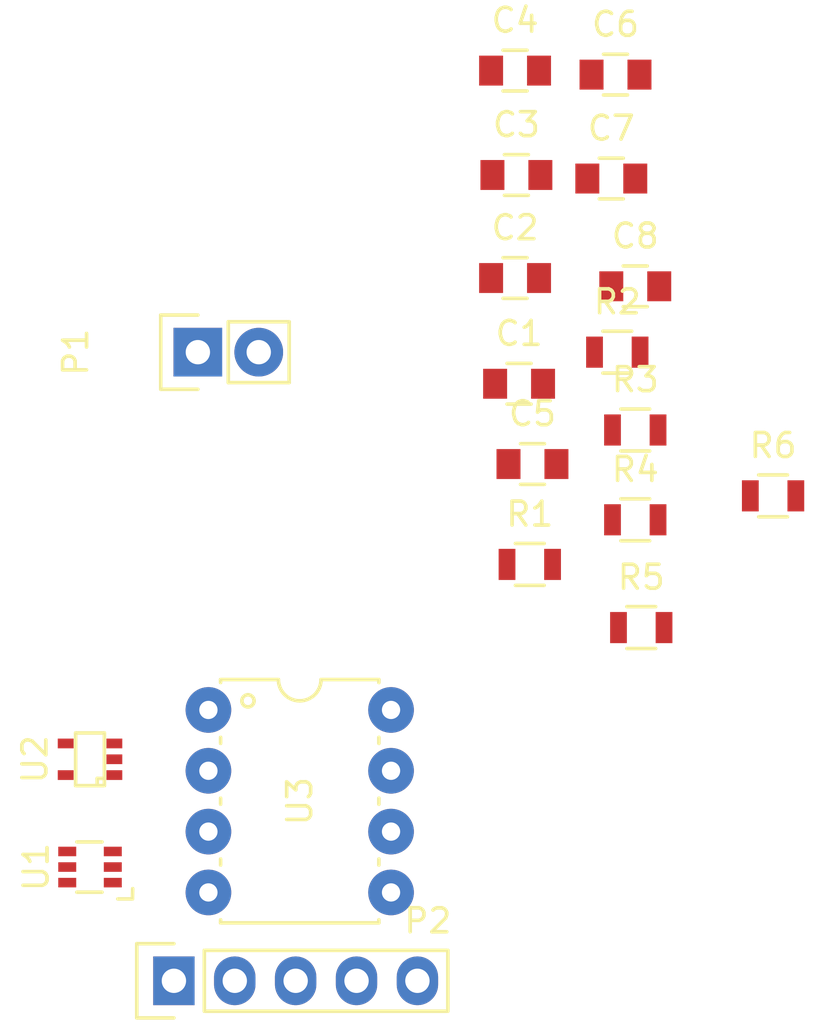
<source format=kicad_pcb>
(kicad_pcb (version 4) (host pcbnew 4.0.4-stable)

  (general
    (links 41)
    (no_connects 41)
    (area 0 0 0 0)
    (thickness 1.6)
    (drawings 0)
    (tracks 0)
    (zones 0)
    (modules 19)
    (nets 14)
  )

  (page A4)
  (layers
    (0 F.Cu signal)
    (31 B.Cu signal)
    (32 B.Adhes user)
    (33 F.Adhes user)
    (34 B.Paste user)
    (35 F.Paste user)
    (36 B.SilkS user)
    (37 F.SilkS user)
    (38 B.Mask user)
    (39 F.Mask user)
    (40 Dwgs.User user)
    (41 Cmts.User user)
    (42 Eco1.User user)
    (43 Eco2.User user)
    (44 Edge.Cuts user)
    (45 Margin user)
    (46 B.CrtYd user)
    (47 F.CrtYd user)
    (48 B.Fab user)
    (49 F.Fab user)
  )

  (setup
    (last_trace_width 0.25)
    (trace_clearance 0.2)
    (zone_clearance 0.508)
    (zone_45_only no)
    (trace_min 0.2)
    (segment_width 0.2)
    (edge_width 0.15)
    (via_size 0.6)
    (via_drill 0.4)
    (via_min_size 0.4)
    (via_min_drill 0.3)
    (uvia_size 0.3)
    (uvia_drill 0.1)
    (uvias_allowed no)
    (uvia_min_size 0.2)
    (uvia_min_drill 0.1)
    (pcb_text_width 0.3)
    (pcb_text_size 1.5 1.5)
    (mod_edge_width 0.15)
    (mod_text_size 1 1)
    (mod_text_width 0.15)
    (pad_size 1.524 1.524)
    (pad_drill 0.762)
    (pad_to_mask_clearance 0.2)
    (aux_axis_origin 0 0)
    (visible_elements FFFFFF7F)
    (pcbplotparams
      (layerselection 0x00030_80000001)
      (usegerberextensions false)
      (excludeedgelayer true)
      (linewidth 0.100000)
      (plotframeref false)
      (viasonmask false)
      (mode 1)
      (useauxorigin false)
      (hpglpennumber 1)
      (hpglpenspeed 20)
      (hpglpendiameter 15)
      (hpglpenoverlay 2)
      (psnegative false)
      (psa4output false)
      (plotreference true)
      (plotvalue true)
      (plotinvisibletext false)
      (padsonsilk false)
      (subtractmaskfromsilk false)
      (outputformat 1)
      (mirror false)
      (drillshape 1)
      (scaleselection 1)
      (outputdirectory ""))
  )

  (net 0 "")
  (net 1 "Net-(C1-Pad1)")
  (net 2 GND)
  (net 3 "Net-(C2-Pad1)")
  (net 4 "Net-(C2-Pad2)")
  (net 5 "Net-(C3-Pad1)")
  (net 6 "Net-(C4-Pad1)")
  (net 7 "Net-(C5-Pad1)")
  (net 8 Analog)
  (net 9 VCC1)
  (net 10 SCLK)
  (net 11 MISO)
  (net 12 SS)
  (net 13 "Net-(R4-Pad1)")

  (net_class Default "This is the default net class."
    (clearance 0.2)
    (trace_width 0.25)
    (via_dia 0.6)
    (via_drill 0.4)
    (uvia_dia 0.3)
    (uvia_drill 0.1)
    (add_net Analog)
    (add_net GND)
    (add_net MISO)
    (add_net "Net-(C1-Pad1)")
    (add_net "Net-(C2-Pad1)")
    (add_net "Net-(C2-Pad2)")
    (add_net "Net-(C3-Pad1)")
    (add_net "Net-(C4-Pad1)")
    (add_net "Net-(C5-Pad1)")
    (add_net "Net-(R4-Pad1)")
    (add_net SCLK)
    (add_net SS)
    (add_net VCC1)
  )

  (module Capacitors_SMD:C_0805 (layer F.Cu) (tedit 5415D6EA) (tstamp 58472C2D)
    (at 160.15208 107.569)
    (descr "Capacitor SMD 0805, reflow soldering, AVX (see smccp.pdf)")
    (tags "capacitor 0805")
    (path /5847372C)
    (attr smd)
    (fp_text reference C1 (at 0 -2.1) (layer F.SilkS)
      (effects (font (size 1 1) (thickness 0.15)))
    )
    (fp_text value 0,1 (at 0 2.1) (layer F.Fab)
      (effects (font (size 1 1) (thickness 0.15)))
    )
    (fp_line (start -1 0.625) (end -1 -0.625) (layer F.Fab) (width 0.15))
    (fp_line (start 1 0.625) (end -1 0.625) (layer F.Fab) (width 0.15))
    (fp_line (start 1 -0.625) (end 1 0.625) (layer F.Fab) (width 0.15))
    (fp_line (start -1 -0.625) (end 1 -0.625) (layer F.Fab) (width 0.15))
    (fp_line (start -1.8 -1) (end 1.8 -1) (layer F.CrtYd) (width 0.05))
    (fp_line (start -1.8 1) (end 1.8 1) (layer F.CrtYd) (width 0.05))
    (fp_line (start -1.8 -1) (end -1.8 1) (layer F.CrtYd) (width 0.05))
    (fp_line (start 1.8 -1) (end 1.8 1) (layer F.CrtYd) (width 0.05))
    (fp_line (start 0.5 -0.85) (end -0.5 -0.85) (layer F.SilkS) (width 0.15))
    (fp_line (start -0.5 0.85) (end 0.5 0.85) (layer F.SilkS) (width 0.15))
    (pad 1 smd rect (at -1 0) (size 1 1.25) (layers F.Cu F.Paste F.Mask)
      (net 1 "Net-(C1-Pad1)"))
    (pad 2 smd rect (at 1 0) (size 1 1.25) (layers F.Cu F.Paste F.Mask)
      (net 2 GND))
    (model Capacitors_SMD.3dshapes/C_0805.wrl
      (at (xyz 0 0 0))
      (scale (xyz 1 1 1))
      (rotate (xyz 0 0 0))
    )
  )

  (module Capacitors_SMD:C_0805 (layer F.Cu) (tedit 5415D6EA) (tstamp 58472C33)
    (at 159.98444 103.15448)
    (descr "Capacitor SMD 0805, reflow soldering, AVX (see smccp.pdf)")
    (tags "capacitor 0805")
    (path /58472DF2)
    (attr smd)
    (fp_text reference C2 (at 0 -2.1) (layer F.SilkS)
      (effects (font (size 1 1) (thickness 0.15)))
    )
    (fp_text value 0,1 (at 0 2.1) (layer F.Fab)
      (effects (font (size 1 1) (thickness 0.15)))
    )
    (fp_line (start -1 0.625) (end -1 -0.625) (layer F.Fab) (width 0.15))
    (fp_line (start 1 0.625) (end -1 0.625) (layer F.Fab) (width 0.15))
    (fp_line (start 1 -0.625) (end 1 0.625) (layer F.Fab) (width 0.15))
    (fp_line (start -1 -0.625) (end 1 -0.625) (layer F.Fab) (width 0.15))
    (fp_line (start -1.8 -1) (end 1.8 -1) (layer F.CrtYd) (width 0.05))
    (fp_line (start -1.8 1) (end 1.8 1) (layer F.CrtYd) (width 0.05))
    (fp_line (start -1.8 -1) (end -1.8 1) (layer F.CrtYd) (width 0.05))
    (fp_line (start 1.8 -1) (end 1.8 1) (layer F.CrtYd) (width 0.05))
    (fp_line (start 0.5 -0.85) (end -0.5 -0.85) (layer F.SilkS) (width 0.15))
    (fp_line (start -0.5 0.85) (end 0.5 0.85) (layer F.SilkS) (width 0.15))
    (pad 1 smd rect (at -1 0) (size 1 1.25) (layers F.Cu F.Paste F.Mask)
      (net 3 "Net-(C2-Pad1)"))
    (pad 2 smd rect (at 1 0) (size 1 1.25) (layers F.Cu F.Paste F.Mask)
      (net 4 "Net-(C2-Pad2)"))
    (model Capacitors_SMD.3dshapes/C_0805.wrl
      (at (xyz 0 0 0))
      (scale (xyz 1 1 1))
      (rotate (xyz 0 0 0))
    )
  )

  (module Capacitors_SMD:C_0805 (layer F.Cu) (tedit 5415D6EA) (tstamp 58472C39)
    (at 160.04032 98.85172)
    (descr "Capacitor SMD 0805, reflow soldering, AVX (see smccp.pdf)")
    (tags "capacitor 0805")
    (path /5843DEA9)
    (attr smd)
    (fp_text reference C3 (at 0 -2.1) (layer F.SilkS)
      (effects (font (size 1 1) (thickness 0.15)))
    )
    (fp_text value 0,1 (at 0 2.1) (layer F.Fab)
      (effects (font (size 1 1) (thickness 0.15)))
    )
    (fp_line (start -1 0.625) (end -1 -0.625) (layer F.Fab) (width 0.15))
    (fp_line (start 1 0.625) (end -1 0.625) (layer F.Fab) (width 0.15))
    (fp_line (start 1 -0.625) (end 1 0.625) (layer F.Fab) (width 0.15))
    (fp_line (start -1 -0.625) (end 1 -0.625) (layer F.Fab) (width 0.15))
    (fp_line (start -1.8 -1) (end 1.8 -1) (layer F.CrtYd) (width 0.05))
    (fp_line (start -1.8 1) (end 1.8 1) (layer F.CrtYd) (width 0.05))
    (fp_line (start -1.8 -1) (end -1.8 1) (layer F.CrtYd) (width 0.05))
    (fp_line (start 1.8 -1) (end 1.8 1) (layer F.CrtYd) (width 0.05))
    (fp_line (start 0.5 -0.85) (end -0.5 -0.85) (layer F.SilkS) (width 0.15))
    (fp_line (start -0.5 0.85) (end 0.5 0.85) (layer F.SilkS) (width 0.15))
    (pad 1 smd rect (at -1 0) (size 1 1.25) (layers F.Cu F.Paste F.Mask)
      (net 5 "Net-(C3-Pad1)"))
    (pad 2 smd rect (at 1 0) (size 1 1.25) (layers F.Cu F.Paste F.Mask)
      (net 4 "Net-(C2-Pad2)"))
    (model Capacitors_SMD.3dshapes/C_0805.wrl
      (at (xyz 0 0 0))
      (scale (xyz 1 1 1))
      (rotate (xyz 0 0 0))
    )
  )

  (module Capacitors_SMD:C_0805 (layer F.Cu) (tedit 5415D6EA) (tstamp 58472C3F)
    (at 159.98444 94.49308)
    (descr "Capacitor SMD 0805, reflow soldering, AVX (see smccp.pdf)")
    (tags "capacitor 0805")
    (path /58473067)
    (attr smd)
    (fp_text reference C4 (at 0 -2.1) (layer F.SilkS)
      (effects (font (size 1 1) (thickness 0.15)))
    )
    (fp_text value 0,1 (at 0 2.1) (layer F.Fab)
      (effects (font (size 1 1) (thickness 0.15)))
    )
    (fp_line (start -1 0.625) (end -1 -0.625) (layer F.Fab) (width 0.15))
    (fp_line (start 1 0.625) (end -1 0.625) (layer F.Fab) (width 0.15))
    (fp_line (start 1 -0.625) (end 1 0.625) (layer F.Fab) (width 0.15))
    (fp_line (start -1 -0.625) (end 1 -0.625) (layer F.Fab) (width 0.15))
    (fp_line (start -1.8 -1) (end 1.8 -1) (layer F.CrtYd) (width 0.05))
    (fp_line (start -1.8 1) (end 1.8 1) (layer F.CrtYd) (width 0.05))
    (fp_line (start -1.8 -1) (end -1.8 1) (layer F.CrtYd) (width 0.05))
    (fp_line (start 1.8 -1) (end 1.8 1) (layer F.CrtYd) (width 0.05))
    (fp_line (start 0.5 -0.85) (end -0.5 -0.85) (layer F.SilkS) (width 0.15))
    (fp_line (start -0.5 0.85) (end 0.5 0.85) (layer F.SilkS) (width 0.15))
    (pad 1 smd rect (at -1 0) (size 1 1.25) (layers F.Cu F.Paste F.Mask)
      (net 6 "Net-(C4-Pad1)"))
    (pad 2 smd rect (at 1 0) (size 1 1.25) (layers F.Cu F.Paste F.Mask)
      (net 2 GND))
    (model Capacitors_SMD.3dshapes/C_0805.wrl
      (at (xyz 0 0 0))
      (scale (xyz 1 1 1))
      (rotate (xyz 0 0 0))
    )
  )

  (module Capacitors_SMD:C_0805 (layer F.Cu) (tedit 5415D6EA) (tstamp 58472C45)
    (at 160.71088 110.9218)
    (descr "Capacitor SMD 0805, reflow soldering, AVX (see smccp.pdf)")
    (tags "capacitor 0805")
    (path /5843EAC8)
    (attr smd)
    (fp_text reference C5 (at 0 -2.1) (layer F.SilkS)
      (effects (font (size 1 1) (thickness 0.15)))
    )
    (fp_text value 0,1 (at 0 2.1) (layer F.Fab)
      (effects (font (size 1 1) (thickness 0.15)))
    )
    (fp_line (start -1 0.625) (end -1 -0.625) (layer F.Fab) (width 0.15))
    (fp_line (start 1 0.625) (end -1 0.625) (layer F.Fab) (width 0.15))
    (fp_line (start 1 -0.625) (end 1 0.625) (layer F.Fab) (width 0.15))
    (fp_line (start -1 -0.625) (end 1 -0.625) (layer F.Fab) (width 0.15))
    (fp_line (start -1.8 -1) (end 1.8 -1) (layer F.CrtYd) (width 0.05))
    (fp_line (start -1.8 1) (end 1.8 1) (layer F.CrtYd) (width 0.05))
    (fp_line (start -1.8 -1) (end -1.8 1) (layer F.CrtYd) (width 0.05))
    (fp_line (start 1.8 -1) (end 1.8 1) (layer F.CrtYd) (width 0.05))
    (fp_line (start 0.5 -0.85) (end -0.5 -0.85) (layer F.SilkS) (width 0.15))
    (fp_line (start -0.5 0.85) (end 0.5 0.85) (layer F.SilkS) (width 0.15))
    (pad 1 smd rect (at -1 0) (size 1 1.25) (layers F.Cu F.Paste F.Mask)
      (net 7 "Net-(C5-Pad1)"))
    (pad 2 smd rect (at 1 0) (size 1 1.25) (layers F.Cu F.Paste F.Mask)
      (net 8 Analog))
    (model Capacitors_SMD.3dshapes/C_0805.wrl
      (at (xyz 0 0 0))
      (scale (xyz 1 1 1))
      (rotate (xyz 0 0 0))
    )
  )

  (module Capacitors_SMD:C_0805 (layer F.Cu) (tedit 5415D6EA) (tstamp 58472C4B)
    (at 164.17544 94.66072)
    (descr "Capacitor SMD 0805, reflow soldering, AVX (see smccp.pdf)")
    (tags "capacitor 0805")
    (path /5843E01A)
    (attr smd)
    (fp_text reference C6 (at 0 -2.1) (layer F.SilkS)
      (effects (font (size 1 1) (thickness 0.15)))
    )
    (fp_text value 0,1 (at 0 2.1) (layer F.Fab)
      (effects (font (size 1 1) (thickness 0.15)))
    )
    (fp_line (start -1 0.625) (end -1 -0.625) (layer F.Fab) (width 0.15))
    (fp_line (start 1 0.625) (end -1 0.625) (layer F.Fab) (width 0.15))
    (fp_line (start 1 -0.625) (end 1 0.625) (layer F.Fab) (width 0.15))
    (fp_line (start -1 -0.625) (end 1 -0.625) (layer F.Fab) (width 0.15))
    (fp_line (start -1.8 -1) (end 1.8 -1) (layer F.CrtYd) (width 0.05))
    (fp_line (start -1.8 1) (end 1.8 1) (layer F.CrtYd) (width 0.05))
    (fp_line (start -1.8 -1) (end -1.8 1) (layer F.CrtYd) (width 0.05))
    (fp_line (start 1.8 -1) (end 1.8 1) (layer F.CrtYd) (width 0.05))
    (fp_line (start 0.5 -0.85) (end -0.5 -0.85) (layer F.SilkS) (width 0.15))
    (fp_line (start -0.5 0.85) (end 0.5 0.85) (layer F.SilkS) (width 0.15))
    (pad 1 smd rect (at -1 0) (size 1 1.25) (layers F.Cu F.Paste F.Mask)
      (net 9 VCC1))
    (pad 2 smd rect (at 1 0) (size 1 1.25) (layers F.Cu F.Paste F.Mask)
      (net 2 GND))
    (model Capacitors_SMD.3dshapes/C_0805.wrl
      (at (xyz 0 0 0))
      (scale (xyz 1 1 1))
      (rotate (xyz 0 0 0))
    )
  )

  (module Capacitors_SMD:C_0805 (layer F.Cu) (tedit 5415D6EA) (tstamp 58472C51)
    (at 164 99)
    (descr "Capacitor SMD 0805, reflow soldering, AVX (see smccp.pdf)")
    (tags "capacitor 0805")
    (path /5843E915)
    (attr smd)
    (fp_text reference C7 (at 0 -2.1) (layer F.SilkS)
      (effects (font (size 1 1) (thickness 0.15)))
    )
    (fp_text value 10uF (at 0 2.1) (layer F.Fab)
      (effects (font (size 1 1) (thickness 0.15)))
    )
    (fp_line (start -1 0.625) (end -1 -0.625) (layer F.Fab) (width 0.15))
    (fp_line (start 1 0.625) (end -1 0.625) (layer F.Fab) (width 0.15))
    (fp_line (start 1 -0.625) (end 1 0.625) (layer F.Fab) (width 0.15))
    (fp_line (start -1 -0.625) (end 1 -0.625) (layer F.Fab) (width 0.15))
    (fp_line (start -1.8 -1) (end 1.8 -1) (layer F.CrtYd) (width 0.05))
    (fp_line (start -1.8 1) (end 1.8 1) (layer F.CrtYd) (width 0.05))
    (fp_line (start -1.8 -1) (end -1.8 1) (layer F.CrtYd) (width 0.05))
    (fp_line (start 1.8 -1) (end 1.8 1) (layer F.CrtYd) (width 0.05))
    (fp_line (start 0.5 -0.85) (end -0.5 -0.85) (layer F.SilkS) (width 0.15))
    (fp_line (start -0.5 0.85) (end 0.5 0.85) (layer F.SilkS) (width 0.15))
    (pad 1 smd rect (at -1 0) (size 1 1.25) (layers F.Cu F.Paste F.Mask)
      (net 2 GND))
    (pad 2 smd rect (at 1 0) (size 1 1.25) (layers F.Cu F.Paste F.Mask)
      (net 9 VCC1))
    (model Capacitors_SMD.3dshapes/C_0805.wrl
      (at (xyz 0 0 0))
      (scale (xyz 1 1 1))
      (rotate (xyz 0 0 0))
    )
  )

  (module Capacitors_SMD:C_0805 (layer F.Cu) (tedit 5415D6EA) (tstamp 58472C57)
    (at 165 103.5)
    (descr "Capacitor SMD 0805, reflow soldering, AVX (see smccp.pdf)")
    (tags "capacitor 0805")
    (path /5843E719)
    (attr smd)
    (fp_text reference C8 (at 0 -2.1) (layer F.SilkS)
      (effects (font (size 1 1) (thickness 0.15)))
    )
    (fp_text value 0,1 (at 0 2.1) (layer F.Fab)
      (effects (font (size 1 1) (thickness 0.15)))
    )
    (fp_line (start -1 0.625) (end -1 -0.625) (layer F.Fab) (width 0.15))
    (fp_line (start 1 0.625) (end -1 0.625) (layer F.Fab) (width 0.15))
    (fp_line (start 1 -0.625) (end 1 0.625) (layer F.Fab) (width 0.15))
    (fp_line (start -1 -0.625) (end 1 -0.625) (layer F.Fab) (width 0.15))
    (fp_line (start -1.8 -1) (end 1.8 -1) (layer F.CrtYd) (width 0.05))
    (fp_line (start -1.8 1) (end 1.8 1) (layer F.CrtYd) (width 0.05))
    (fp_line (start -1.8 -1) (end -1.8 1) (layer F.CrtYd) (width 0.05))
    (fp_line (start 1.8 -1) (end 1.8 1) (layer F.CrtYd) (width 0.05))
    (fp_line (start 0.5 -0.85) (end -0.5 -0.85) (layer F.SilkS) (width 0.15))
    (fp_line (start -0.5 0.85) (end 0.5 0.85) (layer F.SilkS) (width 0.15))
    (pad 1 smd rect (at -1 0) (size 1 1.25) (layers F.Cu F.Paste F.Mask)
      (net 2 GND))
    (pad 2 smd rect (at 1 0) (size 1 1.25) (layers F.Cu F.Paste F.Mask)
      (net 9 VCC1))
    (model Capacitors_SMD.3dshapes/C_0805.wrl
      (at (xyz 0 0 0))
      (scale (xyz 1 1 1))
      (rotate (xyz 0 0 0))
    )
  )

  (module Pin_Headers:Pin_Header_Straight_1x02 (layer F.Cu) (tedit 54EA090C) (tstamp 58472C5D)
    (at 146.75 106.25 90)
    (descr "Through hole pin header")
    (tags "pin header")
    (path /584332F7)
    (fp_text reference P1 (at 0 -5.1 90) (layer F.SilkS)
      (effects (font (size 1 1) (thickness 0.15)))
    )
    (fp_text value Mic (at 0 -3.1 90) (layer F.Fab)
      (effects (font (size 1 1) (thickness 0.15)))
    )
    (fp_line (start 1.27 1.27) (end 1.27 3.81) (layer F.SilkS) (width 0.15))
    (fp_line (start 1.55 -1.55) (end 1.55 0) (layer F.SilkS) (width 0.15))
    (fp_line (start -1.75 -1.75) (end -1.75 4.3) (layer F.CrtYd) (width 0.05))
    (fp_line (start 1.75 -1.75) (end 1.75 4.3) (layer F.CrtYd) (width 0.05))
    (fp_line (start -1.75 -1.75) (end 1.75 -1.75) (layer F.CrtYd) (width 0.05))
    (fp_line (start -1.75 4.3) (end 1.75 4.3) (layer F.CrtYd) (width 0.05))
    (fp_line (start 1.27 1.27) (end -1.27 1.27) (layer F.SilkS) (width 0.15))
    (fp_line (start -1.55 0) (end -1.55 -1.55) (layer F.SilkS) (width 0.15))
    (fp_line (start -1.55 -1.55) (end 1.55 -1.55) (layer F.SilkS) (width 0.15))
    (fp_line (start -1.27 1.27) (end -1.27 3.81) (layer F.SilkS) (width 0.15))
    (fp_line (start -1.27 3.81) (end 1.27 3.81) (layer F.SilkS) (width 0.15))
    (pad 1 thru_hole rect (at 0 0 90) (size 2.032 2.032) (drill 1.016) (layers *.Cu *.Mask)
      (net 2 GND))
    (pad 2 thru_hole oval (at 0 2.54 90) (size 2.032 2.032) (drill 1.016) (layers *.Cu *.Mask)
      (net 4 "Net-(C2-Pad2)"))
    (model Pin_Headers.3dshapes/Pin_Header_Straight_1x02.wrl
      (at (xyz 0 -0.05 0))
      (scale (xyz 1 1 1))
      (rotate (xyz 0 0 90))
    )
  )

  (module Pin_Headers:Pin_Header_Straight_1x05 (layer F.Cu) (tedit 58472DCB) (tstamp 58472C66)
    (at 145.75 132.5 90)
    (descr "Through hole pin header")
    (tags "pin header")
    (path /5843DC08)
    (fp_text reference P2 (at 2.50236 10.5978 180) (layer F.SilkS)
      (effects (font (size 1 1) (thickness 0.15)))
    )
    (fp_text value "Dig Audio" (at 2.50236 5.8478 180) (layer F.Fab)
      (effects (font (size 1 1) (thickness 0.15)))
    )
    (fp_line (start -1.55 0) (end -1.55 -1.55) (layer F.SilkS) (width 0.15))
    (fp_line (start -1.55 -1.55) (end 1.55 -1.55) (layer F.SilkS) (width 0.15))
    (fp_line (start 1.55 -1.55) (end 1.55 0) (layer F.SilkS) (width 0.15))
    (fp_line (start -1.75 -1.75) (end -1.75 11.95) (layer F.CrtYd) (width 0.05))
    (fp_line (start 1.75 -1.75) (end 1.75 11.95) (layer F.CrtYd) (width 0.05))
    (fp_line (start -1.75 -1.75) (end 1.75 -1.75) (layer F.CrtYd) (width 0.05))
    (fp_line (start -1.75 11.95) (end 1.75 11.95) (layer F.CrtYd) (width 0.05))
    (fp_line (start 1.27 1.27) (end 1.27 11.43) (layer F.SilkS) (width 0.15))
    (fp_line (start 1.27 11.43) (end -1.27 11.43) (layer F.SilkS) (width 0.15))
    (fp_line (start -1.27 11.43) (end -1.27 1.27) (layer F.SilkS) (width 0.15))
    (fp_line (start 1.27 1.27) (end -1.27 1.27) (layer F.SilkS) (width 0.15))
    (pad 1 thru_hole rect (at 0 0 90) (size 2.032 1.7272) (drill 1.016) (layers *.Cu *.Mask)
      (net 2 GND))
    (pad 2 thru_hole oval (at 0 2.54 90) (size 2.032 1.7272) (drill 1.016) (layers *.Cu *.Mask)
      (net 10 SCLK))
    (pad 3 thru_hole oval (at 0 5.08 90) (size 2.032 1.7272) (drill 1.016) (layers *.Cu *.Mask)
      (net 11 MISO))
    (pad 4 thru_hole oval (at 0 7.62 90) (size 2.032 1.7272) (drill 1.016) (layers *.Cu *.Mask)
      (net 12 SS))
    (pad 5 thru_hole oval (at 0 10.16 90) (size 2.032 1.7272) (drill 1.016) (layers *.Cu *.Mask)
      (net 9 VCC1))
    (model Pin_Headers.3dshapes/Pin_Header_Straight_1x05.wrl
      (at (xyz 0 -0.2 0))
      (scale (xyz 1 1 1))
      (rotate (xyz 0 0 90))
    )
  )

  (module Resistors_SMD:R_0805 (layer F.Cu) (tedit 58307B54) (tstamp 58472C6C)
    (at 160.59912 115.1128)
    (descr "Resistor SMD 0805, reflow soldering, Vishay (see dcrcw.pdf)")
    (tags "resistor 0805")
    (path /584732F6)
    (attr smd)
    (fp_text reference R1 (at 0 -2.1) (layer F.SilkS)
      (effects (font (size 1 1) (thickness 0.15)))
    )
    (fp_text value 1M (at 0 2.1) (layer F.Fab)
      (effects (font (size 1 1) (thickness 0.15)))
    )
    (fp_line (start -1 0.625) (end -1 -0.625) (layer F.Fab) (width 0.1))
    (fp_line (start 1 0.625) (end -1 0.625) (layer F.Fab) (width 0.1))
    (fp_line (start 1 -0.625) (end 1 0.625) (layer F.Fab) (width 0.1))
    (fp_line (start -1 -0.625) (end 1 -0.625) (layer F.Fab) (width 0.1))
    (fp_line (start -1.6 -1) (end 1.6 -1) (layer F.CrtYd) (width 0.05))
    (fp_line (start -1.6 1) (end 1.6 1) (layer F.CrtYd) (width 0.05))
    (fp_line (start -1.6 -1) (end -1.6 1) (layer F.CrtYd) (width 0.05))
    (fp_line (start 1.6 -1) (end 1.6 1) (layer F.CrtYd) (width 0.05))
    (fp_line (start 0.6 0.875) (end -0.6 0.875) (layer F.SilkS) (width 0.15))
    (fp_line (start -0.6 -0.875) (end 0.6 -0.875) (layer F.SilkS) (width 0.15))
    (pad 1 smd rect (at -0.95 0) (size 0.7 1.3) (layers F.Cu F.Paste F.Mask)
      (net 9 VCC1))
    (pad 2 smd rect (at 0.95 0) (size 0.7 1.3) (layers F.Cu F.Paste F.Mask)
      (net 4 "Net-(C2-Pad2)"))
    (model Resistors_SMD.3dshapes/R_0805.wrl
      (at (xyz 0 0 0))
      (scale (xyz 1 1 1))
      (rotate (xyz 0 0 0))
    )
  )

  (module Resistors_SMD:R_0805 (layer F.Cu) (tedit 58307B54) (tstamp 58472C72)
    (at 164.25 106.25)
    (descr "Resistor SMD 0805, reflow soldering, Vishay (see dcrcw.pdf)")
    (tags "resistor 0805")
    (path /584735DE)
    (attr smd)
    (fp_text reference R2 (at 0 -2.1) (layer F.SilkS)
      (effects (font (size 1 1) (thickness 0.15)))
    )
    (fp_text value 2k (at 0 2.1) (layer F.Fab)
      (effects (font (size 1 1) (thickness 0.15)))
    )
    (fp_line (start -1 0.625) (end -1 -0.625) (layer F.Fab) (width 0.1))
    (fp_line (start 1 0.625) (end -1 0.625) (layer F.Fab) (width 0.1))
    (fp_line (start 1 -0.625) (end 1 0.625) (layer F.Fab) (width 0.1))
    (fp_line (start -1 -0.625) (end 1 -0.625) (layer F.Fab) (width 0.1))
    (fp_line (start -1.6 -1) (end 1.6 -1) (layer F.CrtYd) (width 0.05))
    (fp_line (start -1.6 1) (end 1.6 1) (layer F.CrtYd) (width 0.05))
    (fp_line (start -1.6 -1) (end -1.6 1) (layer F.CrtYd) (width 0.05))
    (fp_line (start 1.6 -1) (end 1.6 1) (layer F.CrtYd) (width 0.05))
    (fp_line (start 0.6 0.875) (end -0.6 0.875) (layer F.SilkS) (width 0.15))
    (fp_line (start -0.6 -0.875) (end 0.6 -0.875) (layer F.SilkS) (width 0.15))
    (pad 1 smd rect (at -0.95 0) (size 0.7 1.3) (layers F.Cu F.Paste F.Mask)
      (net 1 "Net-(C1-Pad1)"))
    (pad 2 smd rect (at 0.95 0) (size 0.7 1.3) (layers F.Cu F.Paste F.Mask)
      (net 2 GND))
    (model Resistors_SMD.3dshapes/R_0805.wrl
      (at (xyz 0 0 0))
      (scale (xyz 1 1 1))
      (rotate (xyz 0 0 0))
    )
  )

  (module Resistors_SMD:R_0805 (layer F.Cu) (tedit 58307B54) (tstamp 58472C78)
    (at 165 109.5)
    (descr "Resistor SMD 0805, reflow soldering, Vishay (see dcrcw.pdf)")
    (tags "resistor 0805")
    (path /58472F08)
    (attr smd)
    (fp_text reference R3 (at 0 -2.1) (layer F.SilkS)
      (effects (font (size 1 1) (thickness 0.15)))
    )
    (fp_text value 2k (at 0 2.1) (layer F.Fab)
      (effects (font (size 1 1) (thickness 0.15)))
    )
    (fp_line (start -1 0.625) (end -1 -0.625) (layer F.Fab) (width 0.1))
    (fp_line (start 1 0.625) (end -1 0.625) (layer F.Fab) (width 0.1))
    (fp_line (start 1 -0.625) (end 1 0.625) (layer F.Fab) (width 0.1))
    (fp_line (start -1 -0.625) (end 1 -0.625) (layer F.Fab) (width 0.1))
    (fp_line (start -1.6 -1) (end 1.6 -1) (layer F.CrtYd) (width 0.05))
    (fp_line (start -1.6 1) (end 1.6 1) (layer F.CrtYd) (width 0.05))
    (fp_line (start -1.6 -1) (end -1.6 1) (layer F.CrtYd) (width 0.05))
    (fp_line (start 1.6 -1) (end 1.6 1) (layer F.CrtYd) (width 0.05))
    (fp_line (start 0.6 0.875) (end -0.6 0.875) (layer F.SilkS) (width 0.15))
    (fp_line (start -0.6 -0.875) (end 0.6 -0.875) (layer F.SilkS) (width 0.15))
    (pad 1 smd rect (at -0.95 0) (size 0.7 1.3) (layers F.Cu F.Paste F.Mask)
      (net 4 "Net-(C2-Pad2)"))
    (pad 2 smd rect (at 0.95 0) (size 0.7 1.3) (layers F.Cu F.Paste F.Mask)
      (net 1 "Net-(C1-Pad1)"))
    (model Resistors_SMD.3dshapes/R_0805.wrl
      (at (xyz 0 0 0))
      (scale (xyz 1 1 1))
      (rotate (xyz 0 0 0))
    )
  )

  (module Resistors_SMD:R_0805 (layer F.Cu) (tedit 58307B54) (tstamp 58472C7E)
    (at 165 113.25)
    (descr "Resistor SMD 0805, reflow soldering, Vishay (see dcrcw.pdf)")
    (tags "resistor 0805")
    (path /5843DE54)
    (attr smd)
    (fp_text reference R4 (at 0 -2.1) (layer F.SilkS)
      (effects (font (size 1 1) (thickness 0.15)))
    )
    (fp_text value 22k (at 0 2.1) (layer F.Fab)
      (effects (font (size 1 1) (thickness 0.15)))
    )
    (fp_line (start -1 0.625) (end -1 -0.625) (layer F.Fab) (width 0.1))
    (fp_line (start 1 0.625) (end -1 0.625) (layer F.Fab) (width 0.1))
    (fp_line (start 1 -0.625) (end 1 0.625) (layer F.Fab) (width 0.1))
    (fp_line (start -1 -0.625) (end 1 -0.625) (layer F.Fab) (width 0.1))
    (fp_line (start -1.6 -1) (end 1.6 -1) (layer F.CrtYd) (width 0.05))
    (fp_line (start -1.6 1) (end 1.6 1) (layer F.CrtYd) (width 0.05))
    (fp_line (start -1.6 -1) (end -1.6 1) (layer F.CrtYd) (width 0.05))
    (fp_line (start 1.6 -1) (end 1.6 1) (layer F.CrtYd) (width 0.05))
    (fp_line (start 0.6 0.875) (end -0.6 0.875) (layer F.SilkS) (width 0.15))
    (fp_line (start -0.6 -0.875) (end 0.6 -0.875) (layer F.SilkS) (width 0.15))
    (pad 1 smd rect (at -0.95 0) (size 0.7 1.3) (layers F.Cu F.Paste F.Mask)
      (net 13 "Net-(R4-Pad1)"))
    (pad 2 smd rect (at 0.95 0) (size 0.7 1.3) (layers F.Cu F.Paste F.Mask)
      (net 4 "Net-(C2-Pad2)"))
    (model Resistors_SMD.3dshapes/R_0805.wrl
      (at (xyz 0 0 0))
      (scale (xyz 1 1 1))
      (rotate (xyz 0 0 0))
    )
  )

  (module Resistors_SMD:R_0805 (layer F.Cu) (tedit 58307B54) (tstamp 58472C84)
    (at 165.25 117.75)
    (descr "Resistor SMD 0805, reflow soldering, Vishay (see dcrcw.pdf)")
    (tags "resistor 0805")
    (path /58473364)
    (attr smd)
    (fp_text reference R5 (at 0 -2.1) (layer F.SilkS)
      (effects (font (size 1 1) (thickness 0.15)))
    )
    (fp_text value 1M (at 0 2.1) (layer F.Fab)
      (effects (font (size 1 1) (thickness 0.15)))
    )
    (fp_line (start -1 0.625) (end -1 -0.625) (layer F.Fab) (width 0.1))
    (fp_line (start 1 0.625) (end -1 0.625) (layer F.Fab) (width 0.1))
    (fp_line (start 1 -0.625) (end 1 0.625) (layer F.Fab) (width 0.1))
    (fp_line (start -1 -0.625) (end 1 -0.625) (layer F.Fab) (width 0.1))
    (fp_line (start -1.6 -1) (end 1.6 -1) (layer F.CrtYd) (width 0.05))
    (fp_line (start -1.6 1) (end 1.6 1) (layer F.CrtYd) (width 0.05))
    (fp_line (start -1.6 -1) (end -1.6 1) (layer F.CrtYd) (width 0.05))
    (fp_line (start 1.6 -1) (end 1.6 1) (layer F.CrtYd) (width 0.05))
    (fp_line (start 0.6 0.875) (end -0.6 0.875) (layer F.SilkS) (width 0.15))
    (fp_line (start -0.6 -0.875) (end 0.6 -0.875) (layer F.SilkS) (width 0.15))
    (pad 1 smd rect (at -0.95 0) (size 0.7 1.3) (layers F.Cu F.Paste F.Mask)
      (net 4 "Net-(C2-Pad2)"))
    (pad 2 smd rect (at 0.95 0) (size 0.7 1.3) (layers F.Cu F.Paste F.Mask)
      (net 2 GND))
    (model Resistors_SMD.3dshapes/R_0805.wrl
      (at (xyz 0 0 0))
      (scale (xyz 1 1 1))
      (rotate (xyz 0 0 0))
    )
  )

  (module Resistors_SMD:R_0805 (layer F.Cu) (tedit 58307B54) (tstamp 58472C8A)
    (at 170.75 112.25)
    (descr "Resistor SMD 0805, reflow soldering, Vishay (see dcrcw.pdf)")
    (tags "resistor 0805")
    (path /584730DB)
    (attr smd)
    (fp_text reference R6 (at 0 -2.1) (layer F.SilkS)
      (effects (font (size 1 1) (thickness 0.15)))
    )
    (fp_text value 100k (at 0 2.1) (layer F.Fab)
      (effects (font (size 1 1) (thickness 0.15)))
    )
    (fp_line (start -1 0.625) (end -1 -0.625) (layer F.Fab) (width 0.1))
    (fp_line (start 1 0.625) (end -1 0.625) (layer F.Fab) (width 0.1))
    (fp_line (start 1 -0.625) (end 1 0.625) (layer F.Fab) (width 0.1))
    (fp_line (start -1 -0.625) (end 1 -0.625) (layer F.Fab) (width 0.1))
    (fp_line (start -1.6 -1) (end 1.6 -1) (layer F.CrtYd) (width 0.05))
    (fp_line (start -1.6 1) (end 1.6 1) (layer F.CrtYd) (width 0.05))
    (fp_line (start -1.6 -1) (end -1.6 1) (layer F.CrtYd) (width 0.05))
    (fp_line (start 1.6 -1) (end 1.6 1) (layer F.CrtYd) (width 0.05))
    (fp_line (start 0.6 0.875) (end -0.6 0.875) (layer F.SilkS) (width 0.15))
    (fp_line (start -0.6 -0.875) (end 0.6 -0.875) (layer F.SilkS) (width 0.15))
    (pad 1 smd rect (at -0.95 0) (size 0.7 1.3) (layers F.Cu F.Paste F.Mask)
      (net 6 "Net-(C4-Pad1)"))
    (pad 2 smd rect (at 0.95 0) (size 0.7 1.3) (layers F.Cu F.Paste F.Mask)
      (net 2 GND))
    (model Resistors_SMD.3dshapes/R_0805.wrl
      (at (xyz 0 0 0))
      (scale (xyz 1 1 1))
      (rotate (xyz 0 0 0))
    )
  )

  (module TO_SOT_Packages_SMD:SC-70-6 (layer F.Cu) (tedit 58472DB5) (tstamp 58472C94)
    (at 142.25 127.75 90)
    (descr SC-70-6,)
    (tags SC-70-6)
    (path /584331D3)
    (attr smd)
    (fp_text reference U1 (at 0 -2.25 90) (layer F.SilkS)
      (effects (font (size 1 1) (thickness 0.15)))
    )
    (fp_text value MAX9812 (at -2 -0.25 180) (layer F.Fab)
      (effects (font (size 1 1) (thickness 0.15)))
    )
    (fp_line (start 1.2 -1.6) (end 1.2 1.6) (layer F.CrtYd) (width 0.05))
    (fp_line (start -1.2 -1.6) (end 1.2 -1.6) (layer F.CrtYd) (width 0.05))
    (fp_line (start -1.2 1.6) (end -1.2 -1.6) (layer F.CrtYd) (width 0.05))
    (fp_line (start 1.2 1.6) (end -1.2 1.6) (layer F.CrtYd) (width 0.05))
    (fp_line (start 1.05 0.5) (end 1.05 -0.55) (layer F.SilkS) (width 0.15))
    (fp_line (start -1.05 -0.55) (end -1.05 0.5) (layer F.SilkS) (width 0.15))
    (fp_line (start -1.33096 1.16078) (end -1.33096 1.77038) (layer F.SilkS) (width 0.15))
    (fp_line (start -1.33096 1.77038) (end -0.89916 1.78054) (layer F.SilkS) (width 0.15))
    (pad 1 smd rect (at -0.65024 0.94996 90) (size 0.39878 0.7493) (layers F.Cu F.Paste F.Mask)
      (net 9 VCC1))
    (pad 2 smd rect (at 0 0.94996 90) (size 0.39878 0.7493) (layers F.Cu F.Paste F.Mask)
      (net 2 GND))
    (pad 3 smd rect (at 0.65024 0.94996 90) (size 0.39878 0.7493) (layers F.Cu F.Paste F.Mask)
      (net 7 "Net-(C5-Pad1)"))
    (pad 4 smd rect (at 0.65024 -0.94996 90) (size 0.39878 0.7493) (layers F.Cu F.Paste F.Mask)
      (net 9 VCC1))
    (pad 5 smd rect (at 0 -0.94996 90) (size 0.39878 0.7493) (layers F.Cu F.Paste F.Mask)
      (net 13 "Net-(R4-Pad1)"))
    (pad 6 smd rect (at -0.65024 -0.94996 90) (size 0.39878 0.7493) (layers F.Cu F.Paste F.Mask)
      (net 5 "Net-(C3-Pad1)"))
    (model TO_SOT_Packages_SMD.3dshapes/SC-70-6.wrl
      (at (xyz 0 0 0))
      (scale (xyz 1 1 1))
      (rotate (xyz 0 0 0))
    )
  )

  (module TO_SOT_Packages_SMD:SC-70-5 (layer F.Cu) (tedit 58472DB9) (tstamp 58472C9D)
    (at 142.25 123.25 90)
    (descr "SC70-5 SOT323-5")
    (path /584727B5)
    (attr smd)
    (fp_text reference U2 (at 0 -2.3 90) (layer F.SilkS)
      (effects (font (size 1 1) (thickness 0.15)))
    )
    (fp_text value MAX4466 (at 2.5 -0.25 180) (layer F.Fab)
      (effects (font (size 1 1) (thickness 0.15)))
    )
    (fp_line (start 1.3 -1.6) (end 1.3 1.6) (layer F.CrtYd) (width 0.05))
    (fp_line (start -1.3 -1.6) (end 1.3 -1.6) (layer F.CrtYd) (width 0.05))
    (fp_line (start -1.3 1.6) (end -1.3 -1.6) (layer F.CrtYd) (width 0.05))
    (fp_line (start 1.3 1.6) (end -1.3 1.6) (layer F.CrtYd) (width 0.05))
    (fp_line (start -1.1 0.3) (end -0.8 0.3) (layer F.SilkS) (width 0.15))
    (fp_line (start -0.8 0.3) (end -0.8 0.6) (layer F.SilkS) (width 0.15))
    (fp_line (start 1.1 -0.6) (end -1.1 -0.6) (layer F.SilkS) (width 0.15))
    (fp_line (start -1.1 -0.6) (end -1.1 0.6) (layer F.SilkS) (width 0.15))
    (fp_line (start -1.1 0.6) (end 1.1 0.6) (layer F.SilkS) (width 0.15))
    (fp_line (start 1.1 0.6) (end 1.1 -0.6) (layer F.SilkS) (width 0.15))
    (pad 1 smd rect (at -0.6604 1.016 90) (size 0.4064 0.6604) (layers F.Cu F.Paste F.Mask)
      (net 3 "Net-(C2-Pad1)"))
    (pad 3 smd rect (at 0.6604 1.016 90) (size 0.4064 0.6604) (layers F.Cu F.Paste F.Mask)
      (net 6 "Net-(C4-Pad1)"))
    (pad 2 smd rect (at 0 1.016 90) (size 0.4064 0.6604) (layers F.Cu F.Paste F.Mask)
      (net 2 GND))
    (pad 4 smd rect (at 0.6604 -1.016 90) (size 0.4064 0.6604) (layers F.Cu F.Paste F.Mask)
      (net 8 Analog))
    (pad 5 smd rect (at -0.6604 -1.016 90) (size 0.4064 0.6604) (layers F.Cu F.Paste F.Mask)
      (net 9 VCC1))
    (model TO_SOT_Packages_SMD.3dshapes/SC-70-5.wrl
      (at (xyz 0 0 0))
      (scale (xyz 1 1 1))
      (rotate (xyz 0 0 0))
    )
  )

  (module Power_Integrations:PDIP-8 (layer F.Cu) (tedit 0) (tstamp 58472CA9)
    (at 151 125 270)
    (descr "PDIP-8 Standard 300mil 8pin Dual In Line Package")
    (tags "Power Integrations P Package")
    (path /5843DA5B)
    (fp_text reference U3 (at 0 0 270) (layer F.SilkS)
      (effects (font (size 1 1) (thickness 0.15)))
    )
    (fp_text value MCP3201 (at 0 0 270) (layer F.Fab)
      (effects (font (size 1 1) (thickness 0.15)))
    )
    (fp_line (start -5.08 0.889) (end -5.08 3.302) (layer F.SilkS) (width 0.15))
    (fp_line (start -5.08 -0.889) (end -5.08 -3.302) (layer F.SilkS) (width 0.15))
    (fp_arc (start -5.08 0) (end -4.191 0) (angle 90) (layer F.SilkS) (width 0.15))
    (fp_arc (start -5.08 0) (end -5.08 -0.889) (angle 90) (layer F.SilkS) (width 0.15))
    (fp_circle (center -4.191 2.159) (end -3.937 2.159) (layer F.SilkS) (width 0.15))
    (fp_line (start 5.08 3.302) (end 4.953 3.302) (layer F.SilkS) (width 0.15))
    (fp_line (start 2.413 3.302) (end 2.667 3.302) (layer F.SilkS) (width 0.15))
    (fp_line (start -0.127 3.302) (end 0.127 3.302) (layer F.SilkS) (width 0.15))
    (fp_line (start -2.667 3.302) (end -2.413 3.302) (layer F.SilkS) (width 0.15))
    (fp_line (start -5.08 3.302) (end -4.953 3.302) (layer F.SilkS) (width 0.15))
    (fp_line (start -5.08 -3.302) (end -4.953 -3.302) (layer F.SilkS) (width 0.15))
    (fp_line (start 5.08 -3.302) (end 4.953 -3.302) (layer F.SilkS) (width 0.15))
    (fp_line (start 2.413 -3.302) (end 2.667 -3.302) (layer F.SilkS) (width 0.15))
    (fp_line (start -0.127 -3.302) (end 0.127 -3.302) (layer F.SilkS) (width 0.15))
    (fp_line (start -2.667 -3.302) (end -2.413 -3.302) (layer F.SilkS) (width 0.15))
    (fp_line (start 5.08 3.302) (end 5.08 -3.302) (layer F.SilkS) (width 0.15))
    (pad 1 thru_hole circle (at -3.81 3.81 270) (size 1.905 1.905) (drill 0.762) (layers *.Cu *.Mask)
      (net 9 VCC1))
    (pad 2 thru_hole circle (at -1.27 3.81 270) (size 1.905 1.905) (drill 0.762) (layers *.Cu *.Mask)
      (net 8 Analog))
    (pad 3 thru_hole circle (at 1.27 3.81 270) (size 1.905 1.905) (drill 0.762) (layers *.Cu *.Mask)
      (net 2 GND))
    (pad 4 thru_hole circle (at 3.81 3.81 270) (size 1.905 1.905) (drill 0.762) (layers *.Cu *.Mask)
      (net 2 GND))
    (pad 5 thru_hole circle (at 3.81 -3.81 270) (size 1.905 1.905) (drill 0.762) (layers *.Cu *.Mask)
      (net 12 SS))
    (pad 6 thru_hole circle (at 1.27 -3.81 270) (size 1.905 1.905) (drill 0.762) (layers *.Cu *.Mask)
      (net 11 MISO))
    (pad 7 thru_hole circle (at -1.27 -3.81 270) (size 1.905 1.905) (drill 0.762) (layers *.Cu *.Mask)
      (net 10 SCLK))
    (pad 8 thru_hole circle (at -3.81 -3.81 270) (size 1.905 1.905) (drill 0.762) (layers *.Cu *.Mask)
      (net 9 VCC1))
  )

)

</source>
